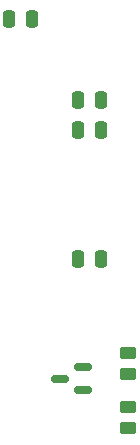
<source format=gtp>
G04 #@! TF.GenerationSoftware,KiCad,Pcbnew,6.0.11*
G04 #@! TF.CreationDate,2025-10-14T23:18:51+03:00*
G04 #@! TF.ProjectId,rns-gate,726e732d-6761-4746-952e-6b696361645f,rev?*
G04 #@! TF.SameCoordinates,Original*
G04 #@! TF.FileFunction,Paste,Top*
G04 #@! TF.FilePolarity,Positive*
%FSLAX46Y46*%
G04 Gerber Fmt 4.6, Leading zero omitted, Abs format (unit mm)*
G04 Created by KiCad (PCBNEW 6.0.11) date 2025-10-14 23:18:51*
%MOMM*%
%LPD*%
G01*
G04 APERTURE LIST*
G04 Aperture macros list*
%AMRoundRect*
0 Rectangle with rounded corners*
0 $1 Rounding radius*
0 $2 $3 $4 $5 $6 $7 $8 $9 X,Y pos of 4 corners*
0 Add a 4 corners polygon primitive as box body*
4,1,4,$2,$3,$4,$5,$6,$7,$8,$9,$2,$3,0*
0 Add four circle primitives for the rounded corners*
1,1,$1+$1,$2,$3*
1,1,$1+$1,$4,$5*
1,1,$1+$1,$6,$7*
1,1,$1+$1,$8,$9*
0 Add four rect primitives between the rounded corners*
20,1,$1+$1,$2,$3,$4,$5,0*
20,1,$1+$1,$4,$5,$6,$7,0*
20,1,$1+$1,$6,$7,$8,$9,0*
20,1,$1+$1,$8,$9,$2,$3,0*%
G04 Aperture macros list end*
%ADD10RoundRect,0.250000X-0.450000X0.262500X-0.450000X-0.262500X0.450000X-0.262500X0.450000X0.262500X0*%
%ADD11RoundRect,0.250000X-0.250000X-0.475000X0.250000X-0.475000X0.250000X0.475000X-0.250000X0.475000X0*%
%ADD12RoundRect,0.250000X0.250000X0.475000X-0.250000X0.475000X-0.250000X-0.475000X0.250000X-0.475000X0*%
%ADD13RoundRect,0.150000X0.587500X0.150000X-0.587500X0.150000X-0.587500X-0.150000X0.587500X-0.150000X0*%
G04 APERTURE END LIST*
D10*
G04 #@! TO.C,R2*
X183388000Y-83669500D03*
X183388000Y-85494500D03*
G04 #@! TD*
D11*
G04 #@! TO.C,C4*
X179136000Y-75692000D03*
X181036000Y-75692000D03*
G04 #@! TD*
D12*
G04 #@! TO.C,C1*
X181036000Y-64770000D03*
X179136000Y-64770000D03*
G04 #@! TD*
D10*
G04 #@! TO.C,R1*
X183388000Y-88241500D03*
X183388000Y-90066500D03*
G04 #@! TD*
D12*
G04 #@! TO.C,C3*
X175194000Y-55372000D03*
X173294000Y-55372000D03*
G04 #@! TD*
D13*
G04 #@! TO.C,Q1*
X179499500Y-86802000D03*
X179499500Y-84902000D03*
X177624500Y-85852000D03*
G04 #@! TD*
D11*
G04 #@! TO.C,C2*
X179136000Y-62230000D03*
X181036000Y-62230000D03*
G04 #@! TD*
M02*

</source>
